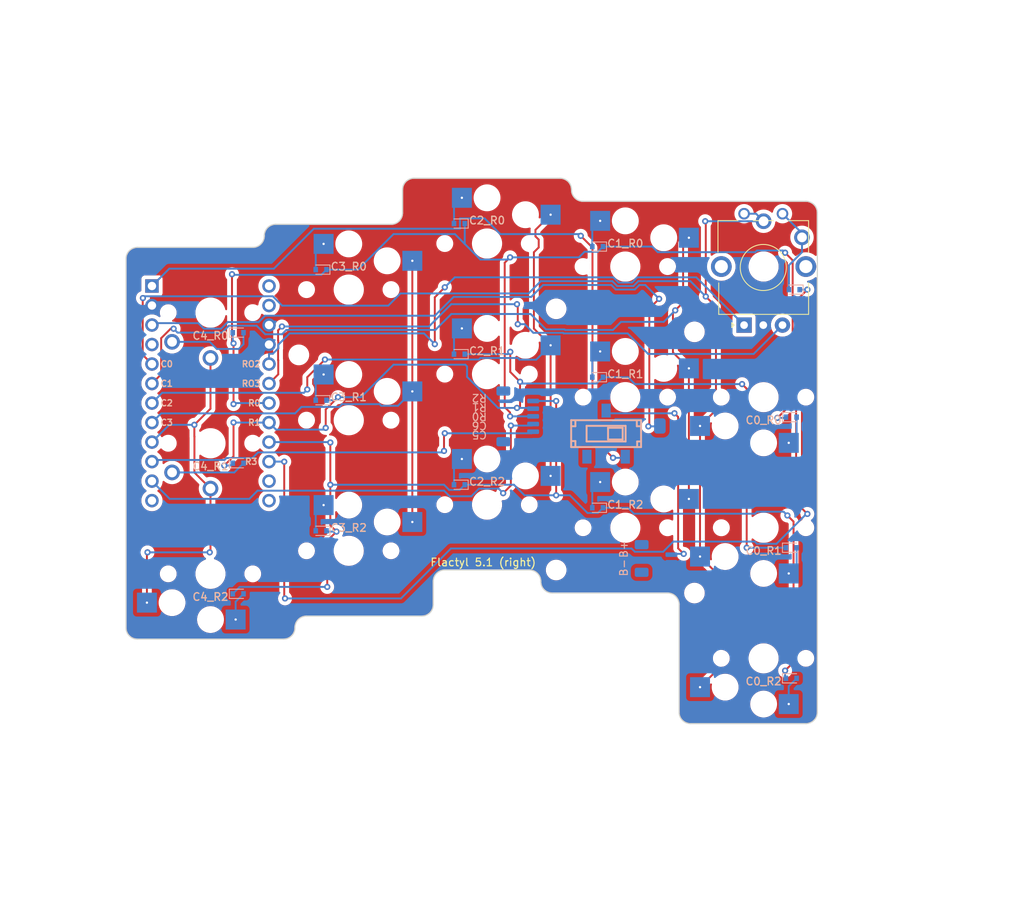
<source format=kicad_pcb>
(kicad_pcb (version 20221018) (generator pcbnew)
  (title_block (title "right") (rev "v1.0.0") (company "Unknown"))
  (layers (0 "F.Cu" signal) (31 "B.Cu" signal) (34 "B.Paste" user) (35 "F.Paste" user) (36 "B.SilkS" user "B.Silkscreen") (37 "F.SilkS" user "F.Silkscreen") (38 "B.Mask" user) (39 "F.Mask" user) (44 "Edge.Cuts" user))
  (net 0 "")
  (net 1 "C4")
  (net 2 "C4_R0D")
  (net 3 "R0")
  (net 4 "C4_R1D")
  (net 5 "R1")
  (net 6 "C0")
  (net 7 "C0_R3D")
  (net 8 "P2")
  (net 9 "P3")
  (net 10 "GND")
  (net 11 "R3")
  (net 12 "RAW")
  (net 13 "BSLI")
  (net 14 "three")
  (net 15 "RST")
  (net 16 "VCC")
  (net 17 "C1")
  (net 18 "C2")
  (net 19 "C3")
  (net 20 "C5")
  (net 21 "C6")
  (net 22 "P10")
  (net 23 "P1")
  (net 24 "P0")
  (net 25 "R2")
  (net 26 "P8")
  (net 27 "P9")
  (net 28 "C0_R0D")
  (net 29 "C0_R1D")
  (net 30 "C0_R2D")
  (net 31 "C1_R0D")
  (net 32 "C1_R1D")
  (net 33 "C1_R2D")
  (net 34 "C2_R0D")
  (net 35 "C2_R1D")
  (net 36 "C2_R2D")
  (net 37 "C3_R0D")
  (net 38 "C3_R1D")
  (net 39 "C3_R2D")
  (net 40 "C4_R2D")
  (footprint "MountingHole_2.2mm_M2" (layer "F.Cu") (at 11.5 -28.5)
    (fp_text reference "H1" hide)
    (fp_text value "")
  )
  (footprint "MountingHole_2.2mm_M2" (layer "F.Cu") (at 63 2.5)
    (fp_text reference "H5" hide)
    (fp_text value "")
  )
  (footprint "MountingHole_2.2mm_M2" (layer "F.Cu") (at 45 -34.5)
    (fp_text reference "H2" hide)
    (fp_text value "")
  )
  (footprint "MountingHole_2.2mm_M2" (layer "F.Cu") (at 45 -0.5)
    (fp_text reference "H3" hide)
    (fp_text value "")
  )
  (footprint "somelogo" (layer "F.Cu") (at 35.5 -1.5)
    (fp_text reference "T1" hide)
    (fp_text value "Flactyl 5.1 (right)")
  )
  (footprint "MountingHole_2.2mm_M2" (layer "F.Cu") (at 63 -31.5)
    (fp_text reference "H4" hide)
    (fp_text value "")
  )
  (footprint "rotary_encoder" (layer "F.Cu") (at 72 -40 90)
    (fp_text reference "ROT1" hide)
    (fp_text value "")
  )
  (footprint "D_SOD-523" (layer "B.Cu") (at 3.6 2.6)
    (fp_text reference "D16" hide)
    (fp_text value "D_SOD-523")
  )
  (footprint "SW-SMD_SS-3235D-03-L2.00" (layer "B.Cu") (at 51.5 -18.25 180)
    (fp_text reference "SS1" hide)
    (fp_text value "SW-SMD_SS-3235D-03-L2.00" hide)
  )
  (footprint "D_SOD-523" (layer "B.Cu") (at 75.6 13.6)
    (fp_text reference "D6" hide)
    (fp_text value "D_SOD-523")
  )
  (footprint "NiceNano" (layer "B.Cu") (at 0 -23.5 -90)
    (fp_text reference "MCU1" hide)
    (fp_text value "" hide)
  )
  (footprint "D_SOD-523" (layer "B.Cu") (at 32.4 -11.6 180)
    (fp_text reference "D12" hide)
    (fp_text value "D_SOD-523")
  )
  (footprint "Kailh_socket_PG1350_no_silk" (layer "B.Cu") (at 54 -23 180)
    (fp_text reference "S7" hide)
    (fp_text value "")
  )
  (footprint "Kailh_socket_PG1350_no_silk" (layer "B.Cu") (at 0 -34)
    (fp_text reference "S1" hide)
    (fp_text value "")
  )
  (footprint "D_SOD-523" (layer "B.Cu") (at 3.6 -31.4)
    (fp_text reference "D1" hide)
    (fp_text value "D_SOD-523")
  )
  (footprint "D_SOD-523" (layer "B.Cu") (at 32.4 -28.6 180)
    (fp_text reference "D11" hide)
    (fp_text value "D_SOD-523")
  )
  (footprint "Kailh_socket_PG1350_no_silk" (layer "B.Cu") (at 18 -37 180)
    (fp_text reference "S12" hide)
    (fp_text value "")
  )
  (footprint "b3u-1000P" (layer "B.Cu") (at 58.5 -17.5 90)
    (fp_text reference "SB1" hide)
    (fp_text value "b3u-1000P")
  )
  (footprint "JST_SH_SM05B-SRSS-TB_1x05-1MP_P1.00mm_Horizontal" (layer "B.Cu") (at 40 -20.5 90)
    (fp_text reference "JC1" hide)
    (fp_text value "")
  )
  (footprint "Kailh_socket_PG1350_no_silk" (layer "B.Cu") (at 0 -17)
    (fp_text reference "S2" hide)
    (fp_text value "")
  )
  (footprint "Kailh_socket_PG1350_no_silk" (layer "B.Cu") (at 72 11)
    (fp_text reference "S5" hide)
    (fp_text value "")
  )
  (footprint "D_SOD-523" (layer "B.Cu") (at 14.4 -39.6 180)
    (fp_text reference "D13" hide)
    (fp_text value "D_SOD-523")
  )
  (footprint "JST_SH_SM02B-SRSS-TB_1x02-1MP_P1.00mm_Horizontal" (layer "B.Cu") (at 58 -2 90)
    (fp_text reference "JB1" hide)
    (fp_text value "JST_SH_SM02B-SRSS-TB_1x02-1MP_P1.00mm_Horizontal" hide)
  )
  (footprint "Kailh_socket_PG1350_no_silk" (layer "B.Cu") (at 54 -40 180)
    (fp_text reference "S6" hide)
    (fp_text value "")
  )
  (footprint "D_SOD-523" (layer "B.Cu") (at 14.4 -5.6 180)
    (fp_text reference "D15" hide)
    (fp_text value "D_SOD-523")
  )
  (footprint "Kailh_socket_PG1350_no_silk" (layer "B.Cu") (at 18 -20 180)
    (fp_text reference "S13" hide)
    (fp_text value "")
  )
  (footprint "Kailh_socket_PG1350_no_silk" (layer "B.Cu") (at 54 -6 180)
    (fp_text reference "S8" hide)
    (fp_text value "")
  )
  (footprint "Kailh_socket_PG1350_no_silk" (layer "B.Cu") (at 72 -6)
    (fp_text reference "S4" hide)
    (fp_text value "")
  )
  (footprint "D_SOD-523" (layer "B.Cu") (at 14.4 -22.6 180)
    (fp_text reference "D14" hide)
    (fp_text value "D_SOD-523")
  )
  (footprint "D_SOD-523" (layer "B.Cu") (at 50.4 -8.6 180)
    (fp_text reference "D9" hide)
    (fp_text value "D_SOD-523")
  )
  (footprint "D_SOD-523" (layer "B.Cu") (at 75.6 -20.4)
    (fp_text reference "D4" hide)
    (fp_text value "D_SOD-523")
  )
  (footprint "D_SOD-523" (layer "B.Cu") (at 75.6 -3.4)
    (fp_text reference "D5" hide)
    (fp_text value "D_SOD-523")
  )
  (footprint "D_SOD-523" (layer "B.Cu") (at 50.4 -25.6 180)
    (fp_text reference "D8" hide)
    (fp_text value "D_SOD-523")
  )
  (footprint "Kailh_socket_PG1350_no_silk" (layer "B.Cu") (at 36 -43 180)
    (fp_text reference "S9" hide)
    (fp_text value "")
  )
  (footprint "D_SOD-523" (layer "B.Cu") (at 32.4 -45.6 180)
    (fp_text reference "D10" hide)
    (fp_text value "D_SOD-523")
  )
  (footprint "D_SOD-523" (layer "B.Cu") (at 3.6 -14.4)
    (fp_text reference "D2" hide)
    (fp_text value "D_SOD-523")
  )
  (footprint "Kailh_socket_PG1350_no_silk" (layer "B.Cu") (at 18 -3 180)
    (fp_text reference "S14" hide)
    (fp_text value "")
  )
  (footprint "Kailh_socket_PG1350_no_silk" (layer "B.Cu") (at 36 -26 180)
    (fp_text reference "S10" hide)
    (fp_text value "")
  )
  (footprint "D_SOD-523" (layer "B.Cu") (at 50.4 -42.6 180)
    (fp_text reference "D7" hide)
    (fp_text value "D_SOD-523")
  )
  (footprint "D_SOD-523" (layer "B.Cu") (at 76 -37 180)
    (fp_text reference "D3" hide)
    (fp_text value "D_SOD-523")
  )
  (footprint "Kailh_socket_PG1350_no_silk" (layer "B.Cu") (at 0 0)
    (fp_text reference "S15" hide)
    (fp_text value "")
  )
  (footprint "Kailh_socket_PG1350_no_silk" (layer "B.Cu") (at 72 -23)
    (fp_text reference "S3" hide)
    (fp_text value "")
  )
  (footprint "Kailh_socket_PG1350_no_silk" (layer "B.Cu") (at 36 -9 180)
    (fp_text reference "S11" hide)
    (fp_text value "")
  )
  (gr_arc (start 45.51 -51.5) (mid 46.563589 -51.063589) (end 47 -50.01) (stroke (width 0.15)) (layer "Edge.Cuts"))
  (gr_line (start 79 -47.01) (end 79 18.01) (stroke (width 0.15)) (layer "Edge.Cuts"))
  (gr_line (start 29 4.01) (end 29 0.99) (stroke (width 0.15)) (layer "Edge.Cuts"))
  (gr_line (start 48.49 -48.5) (end 77.51 -48.5) (stroke (width 0.15)) (layer "Edge.Cuts"))
  (gr_arc (start 44.49 2.5) (mid 43.436411 2.063589) (end 43 1.01) (stroke (width 0.15)) (layer "Edge.Cuts"))
  (gr_line (start 43 0.99) (end 43 1.01) (stroke (width 0.15)) (layer "Edge.Cuts"))
  (gr_line (start 62.49 19.5) (end 77.51 19.5) (stroke (width 0.15)) (layer "Edge.Cuts"))
  (gr_arc (start 7 -43.99) (mid 6.563589 -42.936411) (end 5.51 -42.5) (stroke (width 0.15)) (layer "Edge.Cuts"))
  (gr_line (start 30.49 -0.5) (end 41.51 -0.5) (stroke (width 0.15)) (layer "Edge.Cuts"))
  (gr_arc (start 48.49 -48.5) (mid 47.436411 -48.936411) (end 47 -49.99) (stroke (width 0.15)) (layer "Edge.Cuts"))
  (gr_arc (start 62.49 19.5) (mid 61.436411 19.063589) (end 61 18.01) (stroke (width 0.15)) (layer "Edge.Cuts"))
  (gr_line (start -9.51 8.5) (end 9.51 8.5) (stroke (width 0.15)) (layer "Edge.Cuts"))
  (gr_arc (start 25 -50.01) (mid 25.436411 -51.063589) (end 26.49 -51.5) (stroke (width 0.15)) (layer "Edge.Cuts"))
  (gr_line (start 11 7.01) (end 11 6.99) (stroke (width 0.15)) (layer "Edge.Cuts"))
  (gr_arc (start 7 -44.01) (mid 7.436411 -45.063589) (end 8.49 -45.5) (stroke (width 0.15)) (layer "Edge.Cuts"))
  (gr_arc (start 79 18.01) (mid 78.563589 19.063589) (end 77.51 19.5) (stroke (width 0.15)) (layer "Edge.Cuts"))
  (gr_line (start 5.51 -42.5) (end -9.51 -42.5) (stroke (width 0.15)) (layer "Edge.Cuts"))
  (gr_arc (start 11 7.01) (mid 10.563589 8.063589) (end 9.51 8.5) (stroke (width 0.15)) (layer "Edge.Cuts"))
  (gr_arc (start 29 4.01) (mid 28.563589 5.063589) (end 27.51 5.5) (stroke (width 0.15)) (layer "Edge.Cuts"))
  (gr_arc (start 59.51 2.5) (mid 60.563589 2.936411) (end 61 3.99) (stroke (width 0.15)) (layer "Edge.Cuts"))
  (gr_line (start 7 -44.01) (end 7 -43.99) (stroke (width 0.15)) (layer "Edge.Cuts"))
  (gr_arc (start 25 -46.99) (mid 24.563589 -45.936411) (end 23.51 -45.5) (stroke (width 0.15)) (layer "Edge.Cuts"))
  (gr_line (start 47 -49.99) (end 47 -50.01) (stroke (width 0.15)) (layer "Edge.Cuts"))
  (gr_line (start 45.51 -51.5) (end 26.49 -51.5) (stroke (width 0.15)) (layer "Edge.Cuts"))
  (gr_line (start 25 -50.01) (end 25 -46.99) (stroke (width 0.15)) (layer "Edge.Cuts"))
  (gr_arc (start -9.51 8.5) (mid -10.563589 8.063589) (end -11 7.01) (stroke (width 0.15)) (layer "Edge.Cuts"))
  (gr_line (start 23.51 -45.5) (end 8.49 -45.5) (stroke (width 0.15)) (layer "Edge.Cuts"))
  (gr_arc (start 77.51 -48.5) (mid 78.563589 -48.063589) (end 79 -47.01) (stroke (width 0.15)) (layer "Edge.Cuts"))
  (gr_line (start 12.49 5.5) (end 27.51 5.5) (stroke (width 0.15)) (layer "Edge.Cuts"))
  (gr_arc (start 11 6.99) (mid 11.436411 5.936411) (end 12.49 5.5) (stroke (width 0.15)) (layer "Edge.Cuts"))
  (gr_arc (start 29 0.99) (mid 29.436411 -0.063589) (end 30.49 -0.5) (stroke (width 0.15)) (layer "Edge.Cuts"))
  (gr_arc (start -11 -41.01) (mid -10.563589 -42.063589) (end -9.51 -42.5) (stroke (width 0.15)) (layer "Edge.Cuts"))
  (gr_line (start 61 3.99) (end 61 18.01) (stroke (width 0.15)) (layer "Edge.Cuts"))
  (gr_arc (start 41.51 -0.5) (mid 42.563589 -0.063589) (end 43 0.99) (stroke (width 0.15)) (layer "Edge.Cuts"))
  (gr_line (start 44.49 2.5) (end 59.51 2.5) (stroke (width 0.15)) (layer "Edge.Cuts"))
  (gr_line (start -11 7.01) (end -11 -41.01) (stroke (width 0.15)) (layer "Edge.Cuts"))
  (segment (start -8.275 -2.725) (end -8.275 3.75) (width 0.25) (layer "F.Cu") (net 1))
  (segment (start 0 -2.9) (end -0.1 -2.8) (width 0.25) (layer "F.Cu") (net 1))
  (segment (start -8.2 -2.8) (end -8.275 -2.725) (width 0.25) (layer "F.Cu") (net 1))
  (segment (start 0 -11.1) (end 0 -2.9) (width 0.25) (layer "F.Cu") (net 1))
  (segment (start -2.0895 -13.1895) (end 0 -11.1) (width 0.25) (layer "F.Cu") (net 1))
  (segment (start -2.0895 -17.865499) (end -2.0895 -13.1895) (width 0.25) (layer "F.Cu") (net 1))
  (segment (start -2.1 -19.4) (end -2.1 -17.875999) (width 0.25) (layer "F.Cu") (net 1))
  (segment (start 0 -21.5) (end 0 -28.1) (width 0.25) (layer "F.Cu") (net 1))
  (segment (start -2.1 -19.4) (end 0 -21.5) (width 0.25) (layer "F.Cu") (net 1))
  (segment (start -2.1 -17.875999) (end -2.0895 -17.865499) (width 0.25) (layer "F.Cu") (net 1))
  (via (at -2.1 -19.4) (size 0.8) (drill 0.4) (layers "F.Cu" "B.Cu") (net 1))
  (via (at -0.1 -2.8) (size 0.8) (drill 0.4) (layers "F.Cu" "B.Cu") (net 1))
  (via (at -8.2 -2.8) (size 0.8) (drill 0.4) (layers "F.Cu" "B.Cu") (net 1))
  (segment (start -2.1 -19.4) (end -5.37 -19.4) (width 0.25) (layer "B.Cu") (net 1))
  (segment (start -5.37 -19.4) (end -7.62 -17.15) (width 0.25) (layer "B.Cu") (net 1))
  (segment (start -0.1 -2.8) (end -8.2 -2.8) (width 0.25) (layer "B.Cu") (net 1))
  (segment (start 0.825 -29.275) (end -0.1 -30.2) (width 0.25) (layer "B.Cu") (net 2))
  (segment (start -0.1 -30.2) (end -5 -30.2) (width 0.25) (layer "B.Cu") (net 2))
  (segment (start 4.3 -29.9) (end 3.675 -29.275) (width 0.25) (layer "B.Cu") (net 2))
  (segment (start 3.675 -29.275) (end 0.825 -29.275) (width 0.25) (layer "B.Cu") (net 2))
  (segment (start 4.3 -31.4) (end 4.3 -29.9) (width 0.25) (layer "B.Cu") (net 2))
  (segment (start 75.785 -22.285) (end 73.8 -20.3) (width 0.25) (layer "F.Cu") (net 3))
  (segment (start 74.8 -41.8) (end 75.785 -40.815) (width 0.25) (layer "F.Cu") (net 3))
  (segment (start 75.785 -40.815) (end 75.785 -22.285) (width 0.25) (layer "F.Cu") (net 3))
  (segment (start 2.8 -39) (end 2.8 -30.2) (width 0.25) (layer "F.Cu") (net 3))
  (segment (start 38.3 -21.7) (end 39 -21) (width 0.25) (layer "F.Cu") (net 3))
  (segment (start 38.3 -40.5) (end 38.3 -21.7) (width 0.25) (layer "F.Cu") (net 3))
  (segment (start 39 -41.2) (end 38.3 -40.5) (width 0.25) (layer "F.Cu") (net 3))
  (segment (start 39 -21) (end 39 -20.5) (width 0.25) (layer "F.Cu") (net 3))
  (segment (start 3 -30) (end 3 -22.1) (width 0.25) (layer "F.Cu") (net 3))
  (segment (start 2.8 -30.2) (end 3 -30) (width 0.25) (layer "F.Cu") (net 3))
  (via (at 2.8 -39) (size 0.8) (drill 0.4) (layers "F.Cu" "B.Cu") (net 3))
  (via (at 73.8 -20.3) (size 0.8) (drill 0.4) (layers "F.Cu" "B.Cu") (net 3))
  (via (at 39 -41.2) (size 0.8) (drill 0.4) (layers "F.Cu" "B.Cu") (net 3))
  (via (at 39 -20.5) (size 0.8) (drill 0.4) (layers "F.Cu" "B.Cu") (net 3))
  (via (at 74.8 -41.8) (size 0.8) (drill 0.4) (layers "F.Cu" "B.Cu") (net 3))
  (via (at 3 -22.1) (size 0.8) (drill 0.4) (layers "F.Cu" "B.Cu") (net 3))
  (via (at 3 -30) (size 0.8) (drill 0.4) (layers "F.Cu" "B.Cu") (net 3))
  (segment (start 47.966316 -41.2) (end 39 -41.2) (width 0.25) (layer "B.Cu") (net 3))
  (segment (start 31.819101 -44.2259) (end 33.1 -42.945001) (width 0.25) (layer "B.Cu") (net 3))
  (segment (start 57.49835 -42.6) (end 58.22335 -41.875) (width 0.25) (layer "B.Cu") (net 3))
  (segment (start 2.9 -31.4) (end 2.9 -30.1) (width 0.25) (layer "B.Cu") (net 3))
  (segment (start 14.425 -38.925) (end 2.875 -38.925) (width 0.25) (layer "B.Cu") (net 3))
  (segment (start 73.8 -20.3) (end 74.8 -20.3) (width 0.25) (layer "B.Cu") (net 3))
  (segment (start 70.920001 -41.875) (end 71.134501 -42.0895) (width 0.25) (layer "B.Cu") (net 3))
  (segment (start 19.19835 -39.6) (end 23.82425 -44.2259) (width 0.25) (layer "B.Cu") (net 3))
  (segment (start 33.1 -42.945001) (end 35.134501 -40.9105) (width 0.25) (layer "B.Cu") (net 3))
  (segment (start 74.8 -20.3) (end 74.9 -20.4) (width 0.25) (layer "B.Cu") (net 3))
  (segment (start 2.875 -38.925) (end 2.8 -39) (width 0.25) (layer "B.Cu") (net 3))
  (segment (start 15.1 -39.6) (end 19.19835 -39.6) (width 0.25) (layer "B.Cu") (net 3))
  (segment (start 51.1 -42.6) (end 50.425 -41.925) (width 0.25) (layer "B.Cu") (net 3))
  (segment (start 48.691316 -41.925) (end 47.966316 -41.2) (width 0.25) (layer "B.Cu") (net 3))
  (segment (start 35.134501 -40.9105) (end 38.7105 -40.9105) (width 0.25) (layer "B.Cu") (net 3))
  (segment (start 15.1 -39.6) (end 14.425 -38.925) (width 0.25) (layer "B.Cu") (net 3))
  (segment (start 51.1 -42.6) (end 57.49835 -42.6) (width 0.25) (layer "B.Cu") (net 3))
  (segment (start 58.22335 -41.875) (end 70.920001 -41.875) (width 0.25) (layer "B.Cu") (net 3))
  (segment (start 71.134501 -42.0895) (end 74.5105 -42.0895) (width 0.25) (layer "B.Cu") (net 3))
  (segment (start 23.82425 -44.2259) (end 31.819101 -44.2259) (width 0.25) (layer "B.Cu") (net 3))
  (segment (start 38.7105 -40.9105) (end 39 -41.2) (width 0.25) (layer "B.Cu") (net 3))
  (segment (start 33.1 -45.6) (end 33.1 -42.945001) (width 0.25) (layer "B.Cu") (net 3))
  (segment (start 2.9 -30.1) (end 3 -30) (width 0.25) (layer "B.Cu") (net 3))
  (segment (start 74.5105 -42.0895) (end 74.8 -41.8) (width 0.25) (layer "B.Cu") (net 3))
  (segment (start 39 -20.5) (end 42 -20.5) (width 0.25) (layer "B.Cu") (net 3))
  (segment (start 3 -22.1) (end 3.13 -22.23) (width 0.25) (layer "B.Cu") (net 3))
  (segment (start 50.425 -41.925) (end 48.691316 -41.925) (width 0.25) (layer "B.Cu") (net 3))
  (segment (start 3.13 -22.23) (end 7.62 -22.23) (width 0.25) (layer "B.Cu") (net 3))
  (segment (start 3.1 -13.2) (end 4.3 -14.4) (width 0.25) (layer "B.Cu") (net 4))
  (segment (start -5 -13.2) (end 3.1 -13.2) (width 0.25) (layer "B.Cu") (net 4))
  (segment (start 39.0245 -26.2755) (end 39.0245 -28.9) (width 0.25) (layer "F.Cu") (net 5))
  (segment (start 15 -21.4) (end 16.6 -23) (width 0.25) (layer "F.Cu") (net 5))
  (segment (start 40.3 -21.8) (end 40 -21.5) (width 0.25) (layer "F.Cu") (net 5))
  (segment (start 15 -19) (end 15 -21.4) (width 0.25) (layer "F.Cu") (net 5))
  (segment (start 69.8 -3.4) (end 69.8 -24.1) (width 0.25) (layer "F.Cu") (net 5))
  (segment (start 40.3 -25) (end 39.0245 -26.2755) (width 0.25) (layer "F.Cu") (net 5))
  (segment (start 40 -21.5) (end 39.9 -21.6) (width 0.25) (layer "F.Cu") (net 5))
  (segment (start 40.3 -25) (end 40.3 -21.8) (width 0.25) (layer "F.Cu") (net 5))
  (segment (start 3 -15.3) (end 1.8 -14.1) (width 0.25) (layer "F.Cu") (net 5))
  (segment (start 69.8 -24.1) (end 69.2 -24.7) (width 0.25) (layer "F.Cu") (net 5))
  (segment (start 3 -19.7) (end 3 -15.3) (width 0.25) (layer "F.Cu") (net 5))
  (via (at 1.8 -14.1) (size 0.8) (drill 0.4) (layers "F.Cu" "B.Cu") (net 5))
  (via (at 39.0245 -28.9) (size 0.8) (drill 0.4) (layers "F.Cu" "B.Cu") (net 5))
  (via (at 40.3 -25) (size 0.8) (drill 0.4) (layers "F.Cu" "B.Cu") (net 5))
  (via (at 69.8 -3.4) (size 0.8) (drill 0.4) (layers "F.Cu" "B.Cu") (net 5))
  (via (at 15 -19) (size 0.8) (drill 0.4) (layers "F.Cu" "B.Cu") (net 5))
  (via (at 3 -19.7) (size 0.8) (drill 0.4) (layers "F.Cu" "B.Cu") (net 5))
  (via (at 16.6 -23) (size 0.8) (drill 0.4) (layers "F.Cu" "B.Cu") (net 5))
  (via (at 39.9 -21.6) (size 0.8) (drill 0.4) (layers "F.Cu" "B.Cu") (net 5))
  (via (at 69.2 -24.7) (size 0.8) (drill 0.4) (layers "F.Cu" "B.Cu") (net 5))
  (segment (start 16.6 -23) (end 19.59835 -23) (width 0.25) (layer "B.Cu") (net 5))
  (segment (start 54.354999 -25.6) (end 51.1 -25.6) (width 0.25) (layer "B.Cu") (net 5))
  (segment (start 7.62 -19.69) (end 8.5359 -18.7741) (width 0.25) (layer "B.Cu") (net 5))
  (segment (start 38.7245 -28.6) (end 33.1 -28.6) (width 0.25) (layer "B.Cu") (net 5))
  (segment (start 40.5259 -24.7741) (end 40.3 -25) (width 0.25) (layer "B.Cu") (net 5))
  (segment (start 33.4 -27) (end 33.4 -25.645001) (width 0.25) (layer "B.Cu") (net 5))
  (segment (start 14.7741 -18.7741) (end 15 -19) (width 0.25) (layer "B.Cu") (net 5))
  (segment (start 8.5359 -18.7741) (end 14.7741 -18.7741) (width 0.25) (layer "B.Cu") (net 5))
  (segment (start 41.9 -21.6) (end 42 -21.5) (width 0.25) (layer "B.Cu") (net 5))
  (segment (start 19.59835 -23) (end 23.82425 -27.2259) (width 0.25) (layer "B.Cu") (net 5))
  (segment (start 23.82425 -27.2259) (end 33.1741 -27.2259) (width 0.25) (layer "B.Cu") (net 5))
  (segment (start 7.62 -19.69) (end 3.01 -19.69) (width 0.25) (layer "B.Cu") (net 5))
  (segment (start 69.2 -24.7) (end 55.254999 -24.7) (width 0.25) (layer "B.Cu") (net 5))
  (segment (start 51.1 -25.6) (end 50.2741 -24.7741) (width 0.25) (layer "B.Cu") (net 5))
  (segment (start 15.1 -22.6) (end 16.2 -22.6) (width 0.25) (layer "B.Cu") (net 5))
  (segment (start 1.8 -14.1) (end 2.6 -14.1) (width 0.25) (layer "B.Cu") (net 5))
  (segment (start 37.445001 -21.6) (end 39.9 -21.6) (width 0.25) (layer "B.Cu") (net 5))
  (segment (start 16.2 -22.6) (end 16.6 -23) (width 0.25) (layer "B.Cu") (net 5))
  (segment (start 50.2741 -24.7741) (end 40.5259 -24.7741) (width 0.25) (layer "B.Cu") (net 5))
  (segment (start 39.9 -21.6) (end 41.9 -21.6) (width 0.25) (layer "B.Cu") (net 5))
  (segment (start 33.4 -25.645001) (end 37.445001 -21.6) (width 0.25) (layer "B.Cu") (net 5))
  (segment (start 39.0245 -28.9) (end 38.7245 -28.6) (width 0.25) (layer "B.Cu") (net 5))
  (segment (start 3.01 -19.69) (end 3 -19.7) (width 0.25) (layer "B.Cu") (net 5))
  (segment (start 55.254999 -24.7) (end 54.354999 -25.6) (width 0.25) (layer "B.Cu") (net 5))
  (segment (start 74.9 -3.4) (end 69.8 -3.4) (width 0.25) (layer "B.Cu") (net 5))
  (segment (start 2.6 -14.1) (end 2.9 -14.4) (width 0.25) (layer "B.Cu") (net 5))
  (segment (start 33.1741 -27.2259) (end 33.4 -27) (width 0.25) (layer "B.Cu") (net 5))
  (segment (start 63.725 14.75) (end 65.8 12.675) (width 0.25) (layer "F.Cu") (net 6))
  (segment (start 64.475 -45.825) (end 64.475 -36.1) (width 0.25) (layer "F.Cu") (net 6))
  (segment (start 64.475 -36.1) (end 65.8 -34.775) (width 0.25) (layer "F.Cu") (net 6))
  (segment (start 65.8 12.675) (end 65.8 12.033684) (width 0.25) (layer "F.Cu") (net 6))
  (segment (start 65.2741 -22.492216) (end 65.8 -21.966316) (width 0.25) (layer "F.Cu") (net 6))
  (segment (start 65.8 9.966316) (end 65.8 -0.175) (width 0.25) (layer "F.Cu") (net 6))
  (segment (start 65.8 -0.175) (end 63.725 -2.25) (width 0.25) (layer "F.Cu") (net 6))
  (segment (start 65.8 -24.033684) (end 65.2741 -23.507784) (width 0.25) (layer "F.Cu") (net 6))
  (segment (start 65.8 -34.775) (end 65.8 -24.033684) (width 0.25) (layer "F.Cu") (net 6))
  (segment (start 65.8 -21.966316) (end 65.8 -21.325) (width 0.25) (layer "F.Cu") (net 6))
  (segment (start -8.8 -35.9) (end -8.8213 -35.8787) (width 0.25) (layer "F.Cu") (net 6))
  (segment (start 65.8 12.033684) (end 65.2741 11.507784) (width 0.25) (layer "F.Cu") (net 6))
  (segment (start -8.8213 -35.8787) (end -8.8213 -28.5113) (width 0.25) (layer "F.Cu") (net 6))
  (segment (start 64.4 -45.9) (end 64.475 -45.825) (width 0.25) (layer "F.Cu") (net 6))
  (segment (start 65.2741 10.492216) (end 65.8 9.966316) (width 0.25) (layer "F.Cu") (net 6))
  (segment (start 65.2741 11.507784) (end 65.2741 10.492216) (width 0.25) (layer "F.Cu") (net 6))
  (segment (start 65.8 -21.325) (end 63.725 -19.25) (width 0.25) (layer "F.Cu") (net 6))
  (segment (start 65.2741 -23.507784) (end 65.2741 -22.492216) (width 0.25) (layer "F.Cu") (net 6))
  (segment (start -8.8213 -28.5113) (end -7.62 -27.31) (width 0.25) (layer "F.Cu") (net 6))
  (segment (start 63.725 -19.25) (end 63.725 -2.25) (width 0.25) (layer "F.Cu") (net 6))
  (via (at 64.475 -36.1) (size 0.8) (drill 0.4) (layers "F.Cu" "B.Cu") (net 6))
  (via (at 64.4 -45.9) (size 0.8) (drill 0.4) (layers "F.Cu" "B.Cu") (net 6))
  (via (at -8.8 -35.9) (size 0.8) (drill 0.4) (layers "F.Cu" "B.Cu") (net 6))
  (segment (start 55.691395 -38.1) (end 55.051895 -37.4605) (width 0.25) (layer "B.Cu") (net 6))
  (segment (start 72 -45.9) (end 64.4 -45.9) (width 0.25) (layer "B.Cu") (net 6))
  (segment (start 55.051895 -37.4605) (end 52.948105 -37.4605) (width 0.25) (layer "B.Cu") (net 6))
  (segment (start 69.46 -46.88) (end 71.02 -46.88) (width 0.25) (layer "B.Cu") (net 6))
  (segment (start 52.308605 -38.1) (end 43 -38.1) (width 0.25) (layer "B.Cu") (net 6))
  (segment (start -8.5687 -36.1313) (end -8.8 -35.9) (width 0.25) (layer "B.Cu") (net 6))
  (segment (start 41.4 -36.5) (end 24.733684 -36.5) (width 0.25) (layer "B.Cu") (net 6))
  (segment (start 64.475 -36.1) (end 62.475 -38.1) (width 0.25) (layer "B.Cu") (net 6))
  (segment (start 62.475 -38.1) (end 55.691395 -38.1) (width 0.25) (layer "B.Cu") (net 6))
  (segment (start 23.144184 -34.9105) (end 9.338395 -34.9105) (width 0.25) (layer "B.Cu") (net 6))
  (segment (start 71.02 -46.88) (end 72 -45.9) (width 0.25) (layer "B.Cu") (net 6))
  (segment (start 8.117595 -36.1313) (end -8.5687 -36.1313) (width 0.25) (layer "B.Cu") (net 6))
  (segment (start 24.733684 -36.5) (end 23.144184 -34.9105) (width 0.25) (layer "B.Cu") (net 6))
  (segment (start 52.948105 -37.4605) (end 52.308605 -38.1) (width 0.25) (layer "B.Cu") (net 6))
  (segment (start 43 -38.1) (end 41.4 -36.5) (width 0.25) (layer "B.Cu") (net 6))
  (segment (start 9.338395 -34.9105) (end 8.117595 -36.1313) (width 0.25) (layer "B.Cu") (net 6))
  (segment (start 74.46 -46.88) (end 77 -44.34) (width 0.25) (layer "B.Cu") (net 7))
  (segment (start 77 -44.34) (end 77 -43.8) (width 0.25) (layer "B.Cu") (net 7))
  (segment (start 77 -41.870081) (end 77 -43.8) (width 0.25) (layer "B.Cu") (net 7))
  (segment (start 75.3 -40.170081) (end 77 -41.870081) (width 0.25) (layer "B.Cu") (net 7))
  (segment (start 75.3 -37) (end 75.3 -40.170081) (width 0.25) (layer "B.Cu") (net 7))
  (segment (start 29.2 -29.9) (end 29.2 -36) (width 0.25) (layer "F.Cu") (net 8))
  (segment (start 29.2 -36) (end 30.5 -37.3) (width 0.25) (layer "F.Cu") (net 8))
  (via (at 30.5 -37.3) (size 0.8) (drill 0.4) (layers "F.Cu" "B.Cu") (net 8))
  (via (at 29.2 -29.9) (size 0.8) (drill 0.4) (layers "F.Cu" "B.Cu") (net 8))
  (segment (start 27.8 -31.3) (end 29.2 -29.9) (width 0.25) (layer "B.Cu") (net 8))
  (segment (start 31.8 -38.6) (end 52.445001 -38.6) (width 0.25) (layer "B.Cu") (net 8))
  (segment (start 8.117595 -28.6487) (end 8.8213 -29.352405) (width 0.25) (layer "B.Cu") (net 8))
  (segment (start 7.62 -27.31) (end 7.62 -28.62) (width 0.25) (layer "B.Cu") (net 8))
  (segment (start 55.554999 -38.6) (end 63.24 -38.6) (width 0.25) (layer "B.Cu") (net 8))
  (segment (start 53.134501 -37.9105) (end 54.865499 -37.9105) (width 0.25) (layer "B.Cu") (net 8))
  (segment (start 7.62 -28.62) (end 7.6487 -28.6487) (width 0.25) (layer "B.Cu") (net 8))
  (segment (start 8.8213 -29.352405) (end 8.8213 -29.8213) (width 0.25) (layer "B.Cu") (net 8))
  (segment (start 54.865499 -37.9105) (end 55.554999 -38.6) (width 0.25) (layer "B.Cu") (net 8))
  (segment (start 52.445001 -38.6) (end 53.134501 -37.9105) (width 0.25) (layer "B.Cu") (net 8))
  (segment (start 7.6487 -28.6487) (end 8.117595 -28.6487) (width 0.25) (layer "B.Cu") (net 8))
  (segment (start 8.8213 -29.8213) (end 10.3 -31.3) (width 0.25) (layer "B.Cu") (net 8))
  (segment (start 30.5 -37.3) (end 31.8 -38.6) (width 0.25) (layer "B.Cu") (net 8))
  (segment (start 63.24 -38.6) (end 69.46 -32.38) (width 0.25) (layer "B.Cu") (net 8))
  (segment (start 10.3 -31.3) (end 27.8 -31.3) (width 0.25) (layer "B.Cu") (net 8))
  (segment (start 8.8213 -29.352405) (end 8.8 -29.331105) (width 0.25) (layer "F.Cu") (net 9))
  (segment (start 8.8213 -30.347595) (end 8.8213 -29.352405) (width 0.25) (layer "F.Cu") (net 9))
  (segment (start 8.8213 -27.807595) (end 8.8213 -25.9713) (width 0.25) (layer "F.Cu") (net 9))
  (segment (start 40 -35) (end 39.9 -35.1) (width 0.25) (layer "F.Cu") (net 9))
  (segment (start 8.8 -31.7) (end 8.8 -30.368895) (width 0.25) (layer "F.Cu") (net 9))
  (segment (start 9.3 -32.2) (end 8.8 -31.7) (width 0.25) (layer "F.Cu") (net 9))
  (segment (start 8.8 -30.368895) (end 8.8213 -30.347595) (width 0.25) (layer "F.Cu") (net 9))
  (segment (start 40 -32.5) (end 40 -35) (width 0.25) (layer "F.Cu") (net 9))
  (segment (start 8.8 -27.828895) (end 8.8213 -27.807595) (width 0.25) (layer "F.Cu") (net 9))
  (segment (start 8.8 -29.331105) (end 8.8 -27.828895) (width 0.25) (layer "F.Cu") (net 9))
  (segment (start 8.8213 -25.9713) (end 7.62 -24.77) (width 0.25) (layer "F.Cu") (net 9))
  (via (at 40 -32.5) (size 0.8) (drill 0.4) (layers "F.Cu" "B.Cu") (net 9))
  (via (at 9.3 -32.2) (size 0.8) (drill 0.4) (layers "F.Cu" "B.Cu") (net 9))
  (via (at 39.9 -35.1) (size 0.8) (drill 0.4) (layers "F.Cu" "B.Cu") (net 9))
  (segment (start 45.975 -31.3) (end 45.9 -31.375) (width 0.25) (layer "B.Cu") (net 9))
  (segment (start 31.336396 -35.1) (end 28.436396 -32.2) (width 0.25) (layer "B.Cu") (net 9))
  (segment (start 70.705 -28.625) (end 56.97665 -28.625) (width 0.25) (layer "B.Cu") (net 9))
  (segment (start 28.436396 -32.2) (end 9.3 -32.2) (width 0.25) (layer "B.Cu") (net 9))
  (segment (start 40.90165 -32.5) (end 40 -32.5) (width 0.25) (layer "B.Cu") (net 9))
  (segment (start 74.46 -32.38) (end 70.705 -28.625) (width 0.25) (layer "B.Cu") (net 9))
  (segment (start 42.02665 -31.375) (end 40.90165 -32.5) (width 0.25) (layer "B.Cu") (net 9))
  (segment (start 39.9 -35.1) (end 31.336396 -35.1) (width 0.25) (layer "B.Cu") (net 9))
  (segment (start 56.97665 -28.625) (end 54.30165 -31.3) (width 0.25) (layer "B.Cu") (net 9))
  (segment (start 45.9 -31.375) (end 42.02665 -31.375) (width 0.25) (layer "B.Cu") (net 9))
  (segment (start 54.30165 -31.3) (end 45.975 -31.3) (width 0.25) (layer "B.Cu") (net 9))
  (segment (start 76.235 -35.535) (end 77.7 -37) (width 0.25) (layer "F.Cu") (net 11))
  (segment (start 77.7 -7.8) (end 76.235 -9.265) (width 0.25) (layer "F.Cu") (net 11))
  (segment (start 76.235 -9.265) (end 76.235 -35.535) (width 0.25) (layer "F.Cu") (net 11))
  (segment (start 9.6 -14.6) (end 9.6 3.1) (width 0.25) (layer "F.Cu") (net 11))
  (segment (start 9.6 3.1) (end 9.7 3.2) (width 0.25) (layer "F.Cu") (net 11))
  (via (at 9.7 3.2) (size 0.8) (drill 0.4) (layers "F.Cu" "B.Cu") (net 11))
  (via (at 9.6 -14.6) (size 0.8) (drill 0.4) (layers "F.Cu" "B.Cu") (net 11))
  (via (at 77.7 -37) (size 0.8) (drill 0.4) (layers "F.Cu" "B.Cu") (net 11))
  (via (at 77.7 -7.8) (size 0.8) (drill 0.4) (layers "F.Cu" "B.Cu") (net 11))
  (segment (start 77.7 -37) (end 76.7 -37) (width 0.25) (layer "B.Cu") (net 11))
  (segment (start 60.253249 -4.2) (end 70.845001 -4.2) (width 0.25) (layer "B.Cu") (net 11))
  (segment (start 31.3 -3.3) (end 54.811827 -3.3) (width 0.25) (layer "B.Cu") (net 11))
  (segment (start 9.59 -14.61) (end 9.6 -14.6) (width 0.25) (layer "B.Cu") (net 11))
  (segment (start 58.928249 -2.875) (end 60.253249 -4.2) (width 0.25) (layer "B.Cu") (net 11))
  (segment (start 77.566316 -7.8) (end 77.7 -7.8) (width 0.25) (layer "B.Cu") (net 11))
  (segment (start 7.62 -14.61) (end 9.59 -14.61) (width 0.25) (layer "B.Cu") (net 11))
  (segment (start 71.134501 -3.9105) (end 73.676816 -3.9105) (width 0.25) (layer "B.Cu") (net 11))
  (segment (start 70.845001 -4.2) (end 71.134501 -3.9105) (width 0.25) (layer "B.Cu") (net 11))
  (segment (start 54.811827 -3.3) (end 55.236827 -2.875) (width 0.25) (layer "B.Cu") (net 11))
  (segment (start 55.236827 -2.875) (end 58.928249 -2.875) (width 0.25) (layer "B.Cu") (net 11))
  (segment (start 73.676816 -3.9105) (end 77.566316 -7.8) (width 0.25) (layer "B.Cu") (net 11))
  (segment (start 24.8 3.2) (end 31.3 -3.3) (width 0.25) (layer "B.Cu") (net 11))
  (segment (start 9.7 3.2) (end 24.8 3.2) (width 0.25) (layer "B.Cu") (net 11))
  (segment (start 49.7259 -42.4741) (end 49.7259 -17.7741) (width 0.25) (layer "F.Cu") (net 12))
  (segment (start 48.2 -44) (end 49.7259 -42.4741) (width 0.25) (layer "F.Cu") (net 12))
  (segment (start 49.7259 -17.7741) (end 52.4 -15.1) (width 0.25) (layer "F.Cu") (net 12))
  (via (at 48.2 -44) (size 0.8) (drill 0.4) (layers "F.Cu" "B.Cu") (net 12))
  (via (at 52.4 -15.1) (size 0.8) (drill 0.4) (layers "F.Cu" "B.Cu") (net 12))
  (segment (start 35.679999 -46.275) (end 37.729099 -44.2259) (width 0.25) (layer "B.Cu") (net 12))
  (segment (start 37.729099 -44.2259) (end 47.9741 -44.2259) (width 0.25) (layer "B.Cu") (net 12))
  (segment (start 52.4 -15.1) (end 53.85 -15.1) (width 0.25) (layer "B.Cu") (net 12))
  (segment (start 32.475 -44.925) (end 32.475 -46.275) (width 0.25) (layer "B.Cu") (net 12))
  (segment (start 47.9741 -44.2259) (end 48.2 -44) (width 0.25) (layer "B.Cu") (net 12))
  (segment (start -7.62 -37.47) (end -5.365 -39.725) (width 0.25) (layer "B.Cu") (net 12))
  (segment (start -5.365 -39.725) (end 8.25 -39.725) (width 0.25) (layer "B.Cu") (net 12))
  (segment (start 53.85 -15.1) (end 54 -15.25) (width 0.25) (layer "B.Cu") (net 12))
  (segment (start 8.25 -39.725) (end 13.45 -44.925) (width 0.25) (layer "B.Cu") (net 12))
  (segment (start 32.475 -46.275) (end 35.679999 -46.275) (width 0.25) (layer "B.Cu") (net 12))
  (segment (start 13.45 -44.925) (end 32.475 -44.925) (width 0.25) (layer "B.Cu") (net 12))
  (segment (start 60.875 -3.325) (end 61.6 -2.6) (width 0.25) (layer "F.Cu") (net 13))
  (segment (start 60.875 -20.425) (end 60.875 -3.325) (width 0.25) (layer "F.Cu") (net 13))
  (segment (start 60.4 -20.9) (end 60.875 -20.425) (width 0.25) (layer "F.Cu") (net 13))
  (via (at 61.6 -2.6) (size 0.8) (drill 0.4) (layers "F.Cu" "B.Cu") (net 13))
  (via (at 60.4 -20.9) (size 0.8) (drill 0.4) (layers "F.Cu" "B.Cu") (net 13))
  (segment (start 61.6 -2.6) (end 60.1 -2.6) (width 0.25) (layer "B.Cu") (net 13))
  (segment (start 51.85 -20.9) (end 60.4 -20.9) (width 0.25) (layer "B.Cu") (net 13))
  (segment (start 51.5 -21.25) (end 51.85 -20.9) (width 0.25) (layer "B.Cu") (net 13))
  (segment (start 60.1 -2.6) (end 60 -2.5) (width 0.25) (layer "B.Cu") (net 13))
  (segment (start 57.125 -19.325) (end 57 -19.2) (width 0.25) (layer "F.Cu") (net 15))
  (segment (start 58.4 -35.8) (end 57.125 -34.525) (width 0.25) (layer "F.Cu") (net 15))
  (segment (start 57.125 -34.525) (end 57.125 -19.325) (width 0.25) (layer "F.Cu") (net 15))
  (via (at 57 -19.2) (size 0.8) (drill 0.4) (layers "F.Cu" "B.Cu") (net 15))
  (via (at 58.4 -35.8) (size 0.8) (drill 0.4) (layers "F.Cu" "B.Cu") (net 15))
  (segment (start 58.45 -19.2) (end 58.5 -19.25) (width 0.25) (layer "B.Cu") (net 15))
  (segment (start 1.374104 -31.9105) (end 2.237704 -32.7741) (width 0.25) (layer "B.Cu") (net 15))
  (segment (start 43.3 -37.6) (end 52.172209 -37.6) (width 0.25) (layer "B.Cu") (net 15))
  (segment (start -7.3745 -32.6355) (end -1.590499 -32.6355) (width 0.25) (layer "B.Cu") (net 15))
  (segment (start -7.62 -32.39) (end -7.3745 -32.6355) (width 0.25) (layer "B.Cu") (net 15))
  (segment (start 31.65 -36.05) (end 41.75 -36.05) (width 0.25) (layer "B.Cu") (net 15))
  (segment (start 6.2741 -32.7741) (end 7.1 -33.6) (width 0.25) (layer "B.Cu") (net 15))
  (segment (start 52.761709 -37.0105) (end 55.238291 -37.0105) (width 0.25) (layer "B.Cu") (net 15))
  (segment (start 29.2 -33.6) (end 31.65 -36.05) (width 0.25) (layer "B.Cu") (net 15))
  (segment (start 41.75 -36.05) (end 43.3 -37.6) (width 0.25) (layer "B.Cu") (net 15))
  (segment (start 52.172209 -37.6) (end 52.761709 -37.0105) (width 0.25) (layer "B.Cu") (net 15))
  (segment (start 7.1 -33.6) (end 29.2 -33.6) (width 0.25) (layer "B.Cu") (net 15))
  (segment (start -0.865499 -31.9105) (end 1.374104 -31.9105) (width 0.25) (layer "B.Cu") (net 15))
  (segment (start 55.238291 -37.0105) (end 55.827791 -37.6) (width 0.25) (layer "B.Cu") (net 15))
  (segment (start 57 -19.2) (end 58.45 -19.2) (width 0.25) (layer "B.Cu") (net 15))
  (segment (start 55.827791 -37.6) (end 56.6 -37.6) (width 0.25) (layer "B.Cu") (net 15))
  (segment (start 56.6 -37.6) (end 58.4 -35.8) (width 0.25) (layer "B.Cu") (net 15))
  (segment (start -1.590499 -32.6355) (end -0.865499 -31.9105) (width 0.25) (layer "B.Cu") (net 15))
  (segment (start 2.237704 -32.7741) (end 6.2741 -32.7741) (width 0.25) (layer "B.Cu") (net 15))
  (segment (start 62.275 -9.75) (end 62.275 -26.75) (width 0.25) (layer "F.Cu") (net 17))
  (segment (start 61.525 -43) (end 62.275 -43.75) (width 0.25) (layer "F.Cu") (net 17))
  (segment (start -6.4187 -25.9713) (end -7.62 -24.77) (width 0.25) (layer "F.Cu") (net 17))
  (segment (start -5.185961 -31.9105) (end -6.4187 -30.677761) (width 0.25) (layer "F.Cu") (net 17))
  (segment (start 61.525 -35.325) (end 61.525 -43) (width 0.25) (layer "F.Cu") (net 17))
  (segment (start 60.2 -34) (end 60.2 -28.825) (width 0.25) (layer "F.Cu") (net 17))
  (segment (start -4.8 -31.9105) (end -5.185961 -31.9105) (width 0.25) (layer "F.Cu") (net 17))
  (segment (start 60.5 -34.3) (end 61.525 -35.325) (width 0.25) (layer "F.Cu") (net 17))
  (segment (start -6.4187 -30.677761) (end -6.4187 -25.9713) (width 0.25) (layer "F.Cu") (net 17))
  (segment (start 60.2 -28.825) (end 62.275 -26.75) (width 0.25) (layer "F.Cu") (net 17))
  (segment (start 60.5 -34.3) (end 60.2 -34) (width 0.25) (layer "F.Cu") (net 17))
  (via (at 60.5 -34.3) (size 0.8) (drill 0.4) (layers "F.Cu" "B.Cu") (net 17))
  (via (at -4.8 -31.9105) (size 0.8) (drill 0.4) (layers "F.Cu" "B.Cu") (net 17))
  (segment (start -4.2895 -31.4) (end -4.8 -31.9105) (width 0.25) (layer "B.Cu") (net 17))
  (segment (start 43.675 -31.825) (end 41.675 -33.825) (width 0.25) (layer "B.Cu") (net 17))
  (segment (start 9.875305 -31.75) (end 9.314005 -31.1887) (width 0.25) (layer "B.Cu") (net 17))
  (segment (start 9.314005 -31.1887) (end 7.122405 -31.1887) (width 0.25) (layer "B.Cu") (net 17))
  (segment (start 31.35 -33.825) (end 29.275 -31.75) (width 0.25) (layer "B.Cu") (net 17))
  (segment (start 1.5 -31.4) (end -4.2895 -31.4) (width 0.25) (layer "B.Cu") (net 17))
  (segment (start 52.388046 -31.75) (end 46.161396 -31.75) (width 0.25) (layer "B.Cu") (net 17))
  (segment (start 7.122405 -31.1887) (end 6.011105 -32.3) (width 0.25) (layer "B.Cu") (net 17))
  (segment (start 2.4 -32.3) (end 1.5 -31.4) (width 0.25) (layer "B.Cu") (net 17))
  (segment (start 59 -32.8) (end 53.438046 -32.8) (width 0.25) (layer "B.Cu") (net 17))
  (segment (start 6.011105 -32.3) (end 2.4 -32.3) (width 0.25) (layer "B.Cu") (net 17))
  (segment (start 53.438046 -32.8) (end 52.388046 -31.75) (width 0.25) (layer "B.Cu") (net 17))
  (segment (start 46.086396 -31.825) (end 43.675 -31.825) (width 0.25) (layer "B.Cu") (net 17))
  (segment (start 29.275 -31.75) (end 9.875305 -31.75) (width 0.25) (layer "B.Cu") (net 17))
  (segment (start 46.161396 -31.75) (end 46.086396 -31.825) (width 0.25) (layer "B.Cu") (net 17))
  (segment (start 60.5 -34.3) (end 59 -32.8) (width 0.25) (layer "B.Cu") (net 17))
  (segment (start 41.675 -33.825) (end 31.35 -33.825) (width 0.25) (layer "B.Cu") (net 17))
  (segment (start 42.1 -31.925) (end 42.1 -41.866316) (width 0.25) (layer "F.Cu") (net 18))
  (segment (start 42.1 -41.866316) (end 42.7259 -42.492216) (width 0.25) (layer "F.Cu") (net 18))
  (segment (start 12.6 -25.6) (end 12.6 -24) (width 0.25) (layer "F.Cu") (net 18))
  (segment (start 44.275 -29.75) (end 44.275 -12.75) (width 0.25) (layer "F.Cu") (net 18))
  (segment (start 42.7259 -42.492216) (end 42.7259 -43.507784) (width 0.25) (layer "F.Cu") (net 18))
  (segment (start 44.275 -29.75) (end 42.1 -31.925) (width 0.25) (layer "F.Cu") (net 18))
  (segment (start 14.9 -27.9) (end 12.6 -25.6) (width 0.25) (layer "F.Cu") (net 18))
  (segment (start 42.7259 -43.507784) (end 42.3 -43.933684) (width 0.25) (layer "F.Cu") (net 18))
  (segment (start 42.3 -43.933684) (end 42.3 -44.775) (width 0.25) (layer "F.Cu") (net 18))
  (segment (start 42.3 -44.775) (end 44.275 -46.75) (width 0.25) (layer "F.Cu") (net 18))
  (via (at 12.6 -24) (size 0.8) (drill 0.4) (layers "F.Cu" "B.Cu") (net 18))
  (via (at 14.9 -27.9) (size 0.8) (drill 0.4) (layers "F.Cu" "B.Cu") (net 18))
  (segment (start 14.9 -27.9) (end 34.945001 -27.9) (width 0.25) (layer "B.Cu") (net 18))
  (segment (start 34.945001 -27.9) (end 35.145001 -28.1) (width 0.25) (layer "B.Cu") (net 18))
  (segment (start -6.2813 -23.5687) (end 9.0937 -23.5687) (width 0.25) (layer "B.Cu") (net 18))
  (segment (start 40.22335 -27.875) (end 42.4 -27.875) (width 0.25) (layer "B.Cu") (net 18))
  (segment (start 42.4 -27.875) (end 44.275 -29.75) (width 0.25) (layer "B.Cu") (net 18))
  (segment (start 9.0937 -23.5687) (end 12.1687 -23.5687) (width 0.25) (layer "B.Cu") (net 18))
  (segment (start 39.99835 -28.1) (end 40.22335 -27.875) (width 0.25) (layer "B.Cu") (net 18))
  (segment (start 12.1687 -23.5687) (end 12.6 -24) (width 0.25) (layer "B.Cu") (net 18))
  (segment (start 35.145001 -28.1) (end 39.99835 -28.1) (width 0.25) (layer "B.Cu") (net 18))
  (segment (start -7.62 -22.23) (end -6.2813 -23.5687) (width 0.25) (layer "B.Cu") (net 18))
  (segment (start 26.275 -40.75) (end 26.275 -23.75) (width 0.25) (layer "F.Cu") (net 19))
  (segment (start 26.275 -23.75) (end 26.275 -6.75) (width 0.25) (layer "F.Cu") (net 19))
  (segment (start 22.00885 -22.0895) (end 22.22335 -21.875) (width 0.25) (layer "B.Cu") (net 19))
  (segment (start -7.62 -19.69) (end -6.4187 -20.8913) (width 0.25) (layer "B.Cu") (net 19))
  (segment (start 17.134501 -22.0895) (end 22.00885 -22.0895) (width 0.25) (layer "B.Cu") (net 19))
  (segment (start -6.4187 -20.8913) (end 11.0087 -20.8913) (width 0.25) (layer "B.Cu") (net 19))
  (segment (start 22.22335 -21.875) (end 24.4 -21.875) (width 0.25) (layer "B.Cu") (net 19))
  (segment (start 11.0087 -20.8913) (end 11.8449 -21.7275) (width 0.25) (layer "B.Cu") (net 19))
  (segment (start 11.8449 -21.7275) (end 16.772501 -21.7275) (width 0.25) (layer "B.Cu") (net 19))
  (segment (start 16.772501 -21.7275) (end 17.134501 -22.0895) (width 0.25) (layer "B.Cu") (net 19))
  (segment (start 24.4 -21.875) (end 26.275 -23.75) (width 0.25) (layer "B.Cu") (net 19))
  (segment (start 30.4 -18.2) (end 30.5 -18.3) (width 0.25) (layer "F.Cu") (net 20))
  (segment (start 30.4 -16) (end 30.4 -18.2) (width 0.25) (layer "F.Cu") (net 20))
  (via (at 30.4 -16) (size 0.8) (drill 0.4) (layers "F.Cu" "B.Cu") (net 20))
  (via (at 30.5 -18.3) (size 0.8) (drill 0.4) (layers "F.Cu" "B.Cu") (net 20))
  (segment (start 30.2113 -15.8113) (end 30.4 -16) (width 0.25) (layer "B.Cu") (net 20))
  (segment (start -7.405 -14.825) (end 1.825 -14.825) (width 0.25) (layer "B.Cu") (net 20))
  (segment (start 30.5 -18.3) (end 41.8 -18.3) (width 0.25) (layer "B.Cu") (net 20))
  (segment (start 5.456105 -15.075) (end 6.192405 -15.8113) (width 0.25) (layer "B.Cu") (net 20))
  (segment (start -7.62 -14.61) (end -7.405 -14.825) (width 0.25) (layer "B.Cu") (net 20))
  (segment (start 41.8 -18.3) (end 42 -18.5) (width 0.25) (layer "B.Cu") (net 20))
  (segment (start 1.825 -14.825) (end 2.075 -15.075) (width 0.25) (layer "B.Cu") (net 20))
  (segment (start 6.192405 -15.8113) (end 30.2113 -15.8113) (width 0.25) (layer "B.Cu") (net 20))
  (segment (start 2.075 -15.075) (end 5.456105 -15.075) (width 0.25) (layer "B.Cu") (net 20))
  (segment (start 39.1 -11.5) (end 39.1 -19.3) (width 0.25) (layer "F.Cu") (net 21))
  (segment (start 38.1 -10.5) (end 39.1 -11.5) (width 0.25) (layer "F.Cu") (net 21))
  (via (at 38.1 -10.5) (size 0.8) (drill 0.4) (layers "F.Cu" "B.Cu") (net 21))
  (via (at 39.1 -19.3) (size 0.8) (drill 0.4) (layers "F.Cu" "B.Cu") (net 21))
  (segment (start 41.8 -19.3) (end 42 -19.5) (width 0.25) (layer "B.Cu") (net 21))
  (segment (start 6.125 -10.825) (end 5.059 -9.759) (width 0.25) (layer "B.Cu") (net 21))
  (segment (start 34.952101 -11.0895) (end 33.962601 -10.1) (width 0.25) (layer "B.Cu") (net 21))
  (segment (start 37.5105 -11.0895) (end 34.952101 -11.0895) (width 0.25) (layer "B.Cu") (net 21))
  (segment (start -5.309 -9.759) (end -7.62 -12.07) (width 0.25) (layer "B.Cu") (net 21))
  (segment (start 39.1 -19.3) (end 41.8 -19.3) (width 0.25) (layer "B.Cu") (net 21))
  (segment (start 5.059 -9.759) (end -5.309 -9.759) (width 0.25) (layer "B.Cu") (net 21))
  (segment (start 33.962601 -10.1) (end 31.133684 -10.1) (width 0.25) (layer "B.Cu") (net 21))
  (segment (start 30.408684 -10.825) (end 6.125 -10.825) (width 0.25) (layer "B.Cu") (net 21))
  (segment (start 31.133684 -10.1) (end 30.408684 -10.825) (width 0.25) (layer "B.Cu") (net 21))
  (segment (start 38.1 -10.5) (end 37.5105 -11.0895) (width 0.25) (layer "B.Cu") (net 21))
  (segment (start 15.2 1.7) (end 15.2 -4.3) (width 0.25) (layer "F.Cu") (net 25))
  (segment (start 15.2 -4.3) (end 16.4 -5.5) (width 0.25) (layer "F.Cu") (net 25))
  (segment (start 75.9 -6.8) (end 75.9 11.5) (width 0.25) (layer "F.Cu") (net 25))
  (segment (start 15.6 -11.6) (end 15.6 -6.3) (width 0.25) (layer "F.Cu") (net 25))
  (segment (start 75.1 -7.6) (end 75.9 -6.8) (width 0.25) (layer "F.Cu") (net 25))
  (segment (start 44.9995 -22.5) (end 44.9995 -10.2264) (width 0.25) (layer "F.Cu") (net 25))
  (segment (start 15.6 -17.1) (end 15.6 -11.6) (width 0.25) (layer "F.Cu") (net 25))
  (segment (start 75.9 11.5) (end 74.8 12.6) (width 0.25) (layer "F.Cu") (net 25))
  (segment (start 15.6 -6.3) (end 16.4 -5.5) (width 0.25) (layer "F.Cu") (net 25))
  (segment (start 44.9995 -10.2264) (end 45 -10.2259) (width 0.25) (layer "F.Cu") (net 25))
  (via (at 15.6 -17.1) (size 0.8) (drill 0.4) (layers "F.Cu" "B.Cu") (net 25))
  (via (at 44.9995 -22.5) (size 0.8) (drill 0.4) (layers "F.Cu" "B.Cu") (net 25))
  (via (at 15.6 -11.6) (size 0.8) (drill 0.4) (layers "F.Cu" "B.Cu") (net 25))
  (via (at 74.8 12.6) (size 0.8) (drill 0.4) (layers "F.Cu" "B.Cu") (net 25))
  (via (at 15.2 1.7) (size 0.8) (drill 0.4) (layers "F.Cu" "B.Cu") (net 25))
  (via (at 75.1 -7.6) (size 0.8) (drill 0.4) (layers "F.Cu" "B.Cu") (net 25))
  (via (at 45 -10.2259) (size 0.8) (drill 0.4) (layers "F.Cu" "B.Cu") (net 25))
  (via (at 16.4 -5.5) (size 0.8) (drill 0.4) (layers "F.Cu" "B.Cu") (net 25))
  (segment (start 45 -10.2259) (end 46.7741 -10.2259) (width 0.25) (layer "B.Cu") (net 25))
  (segment (start 15.55 -17.15) (end 15.6 -17.1) (width 0.25) (layer "B.Cu") (net 25))
  (segment (start 16.4 -5.5) (end 15.2 -5.5) (width 0.25) (layer "B.Cu") (net 25))
  (segment (start 7.62 -17.15) (end 15.55 -17.15) (width 0.25) (layer "B.Cu") (net 25))
  (segment (start 30.4 -11.6) (end 15.6 -11.6) (width 0.25) (layer "B.Cu") (net 25))
  (segment (start 54.354999 -8.6) (end 55.127499 -7.8275) (width 0.25) (layer "B.Cu") (net 25))
  (segment (start 46.7741 -10.2259) (end 49.075 -7.925) (width 0.25) (layer "B.Cu") (net 25))
  (segment (start 51.1 -8.6) (end 54.354999 -8.6) (width 0.25) (layer "B.Cu") (net 25))
  (segment (start 55.127499 -7.8275) (end 70.872501 -7.8275) (width 0.25) (layer "B.Cu") (net 25))
  (segment (start 74.8 13.5) (end 74.9 13.6) (width 0.25) (layer "B.Cu") (net 25))
  (segment (start 74.8 12.6) (end 74.8 13.5) (width 0.25) (layer "B.Cu") (net 25))
  (segment (start 15.2 -5.5) (end 15.1 -5.6) (width 0.25) (layer "B.Cu") (net 25))
  (segment (start 33.1 -11.6) (end 39.49835 -11.6) (width 0.25) (layer "B.Cu") (net 25))
  (segment (start 40.87245 -10.2259) (end 45 -10.2259) (width 0.25) (layer "B.Cu") (net 25))
  (segment (start 32.425 -10.925) (end 31.075 -10.925) (width 0.25) (layer "B.Cu") (net 25))
  (segment (start 70.872501 -7.8275) (end 71.134501 -8.0895) (width 0.25) (layer "B.Cu") (net 25))
  (segment (start 31.075 -10.925) (end 30.4 -11.6) (width 0.25) (layer "B.Cu") (net 25))
  (segment (start 39.49835 -11.6) (end 40.87245 -10.2259) (width 0.25) (layer "B.Cu") (net 25))
  (segment (start 49.075 -7.925) (end 50.425 -7.925) (width 0.25) (layer "B.Cu") (net 25))
  (segment (start 74.6105 -8.0895) (end 75.1 -7.6) (width 0.25) (layer "B.Cu") (net 25))
  (segment (start 3.8 1.7) (end 15.2 1.7) (width 0.25) (layer "B.Cu") (net 25))
  (segment (start 33.1 -11.6) (end 32.425 -10.925) (width 0.25) (layer "B.Cu") (net 25))
  (segment (start 2.9 2.6) (end 3.8 1.7) (width 0.25) (layer "B.Cu") (net 25))
  (segment (start 42 -22.5) (end 44.9995 -22.5) (width 0.25) (layer "B.Cu") (net 25))
  (segment (start 71.134501 -8.0895) (end 74.6105 -8.0895) (width 0.25) (layer "B.Cu") (net 25))
  (segment (start 50.425 -7.925) (end 51.1 -8.6) (width 0.25) (layer "B.Cu") (net 25))
  (segment (start 76.3 -20.4) (end 76.3 -18.075) (width 0.25) (layer "B.Cu") (net 28))
  (segment (start 76.3 -18.075) (end 75.275 -17.05) (width 0.25) (layer "B.Cu") (net 28))
  (segment (start 76.3 -3.4) (end 76.3 -1.075) (width 0.25) (layer "B.Cu") (net 29))
  (segment (start 76.3 -1.075) (end 75.275 -0.05) (width 0.25) (layer "B.Cu") (net 29))
  (segment (start 75.275 14.625) (end 76.3 13.6) (width 0.25) (layer "B.Cu") (net 30))
  (segment (start 75.275 16.95) (end 75.275 14.625) (width 0.25) (layer "B.Cu") (net 30))
  (segment (start 49.7 -42.6) (end 49.7 -44.925) (width 0.25) (layer "B.Cu") (net 31))
  (segment (start 49.7 -44.925) (end 50.725 -45.95) (width 0.25) (layer "B.Cu") (net 31))
  (segment (start 49.7 -25.6) (end 49.7 -27.925) (width 0.25) (layer "B.Cu") (net 32))
  (segment (start 49.7 -27.925) (end 50.725 -28.95) (width 0.25) (layer "B.Cu") (net 32))
  (segment (start 49.7 -10.925) (end 50.725 -11.95) (width 0.25) (layer "B.Cu") (net 33))
  (segment (start 49.7 -8.6) (end 49.7 -10.925) (width 0.25) (layer "B.Cu") (net 33))
  (segment (start 31.7 -45.6) (end 31.7 -47.925) (width 0.25) (layer "B.Cu") (net 34))
  (segment (start 31.7 -47.925) (end 32.725 -48.95) (width 0.25) (layer "B.Cu") (net 34))
  (segment (start 31.7 -30.925) (end 32.725 -31.95) (width 0.25) (layer "B.Cu") (net 35))
  (segment (start 31.7 -28.6) (end 31.7 -30.925) (width 0.25) (layer "B.Cu") (net 35))
  (segment (start 31.7 -11.6) (end 31.7 -13.925) (width 0.25) (layer "B.Cu") (net 36))
  (segment (start 31.7 -13.925) (end 32.725 -14.95) (width 0.25) (layer "B.Cu") (net 36))
  (segment (start 13.7 -41.925) (end 14.725 -42.95) (width 0.25) (layer "B.Cu") (net 37))
  (segment (start 13.7 -39.6) (end 13.7 -41.925) (width 0.25) (layer "B.Cu") (net 37))
  (segment (start 13.7 -22.6) (end 13.7 -24.925) (width 0.25) (layer "B.Cu") (net 38))
  (segment (start 13.7 -24.925) (end 14.725 -25.95) (width 0.25) (layer "B.Cu") (net 38))
  (segment (start 13.7 -5.6) (end 13.7 -7.925) (width 0.25) (layer "B.Cu") (net 39))
  (segment (start 13.7 -7.925) (end 14.725 -8.95) (width 0.25) (layer "B.Cu") (net 39))
  (segment (start 3.275 3.625) (end 4.3 2.6) (width 0.25) (layer "B.Cu") (net 40))
  (segment (start 3.275 5.95) (end 3.275 3.625) (width 0.25) (layer "B.Cu") (net 40))
  (zone (net 10) (net_name "GND") (layers "F&B.Cu") (connect_pads yes (clearance 0.508)) (min_thickness 0.25) (fill yes (thermal_gap 0.5) (thermal_bridge_width 0.5))
    (polygon (pts (xy -24.3 -69.4) (xy -27.4 42.1) (xy 105.9 43.5) (xy 103.2 -74.7)))
  )
)
</source>
